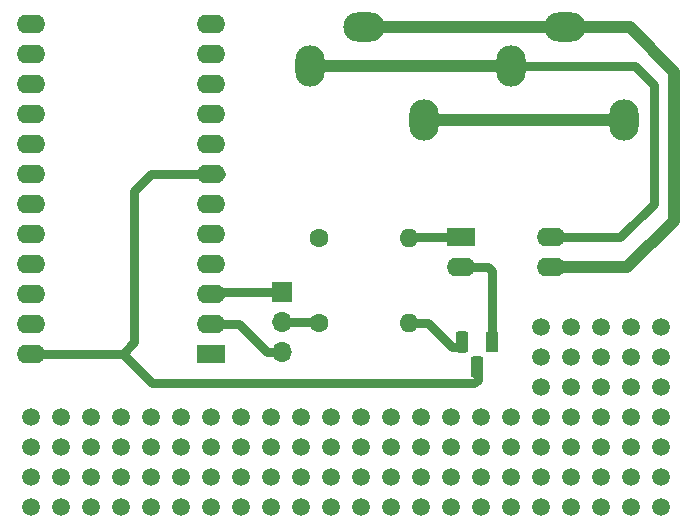
<source format=gbr>
%TF.GenerationSoftware,KiCad,Pcbnew,(6.0.2)*%
%TF.CreationDate,2022-03-17T13:29:54+09:00*%
%TF.ProjectId,KiCad,4b694361-642e-46b6-9963-61645f706362,rev?*%
%TF.SameCoordinates,Original*%
%TF.FileFunction,Copper,L2,Bot*%
%TF.FilePolarity,Positive*%
%FSLAX46Y46*%
G04 Gerber Fmt 4.6, Leading zero omitted, Abs format (unit mm)*
G04 Created by KiCad (PCBNEW (6.0.2)) date 2022-03-17 13:29:54*
%MOMM*%
%LPD*%
G01*
G04 APERTURE LIST*
G04 Aperture macros list*
%AMRoundRect*
0 Rectangle with rounded corners*
0 $1 Rounding radius*
0 $2 $3 $4 $5 $6 $7 $8 $9 X,Y pos of 4 corners*
0 Add a 4 corners polygon primitive as box body*
4,1,4,$2,$3,$4,$5,$6,$7,$8,$9,$2,$3,0*
0 Add four circle primitives for the rounded corners*
1,1,$1+$1,$2,$3*
1,1,$1+$1,$4,$5*
1,1,$1+$1,$6,$7*
1,1,$1+$1,$8,$9*
0 Add four rect primitives between the rounded corners*
20,1,$1+$1,$2,$3,$4,$5,0*
20,1,$1+$1,$4,$5,$6,$7,0*
20,1,$1+$1,$6,$7,$8,$9,0*
20,1,$1+$1,$8,$9,$2,$3,0*%
G04 Aperture macros list end*
%TA.AperFunction,ComponentPad*%
%ADD10C,1.500000*%
%TD*%
%TA.AperFunction,ComponentPad*%
%ADD11C,1.600000*%
%TD*%
%TA.AperFunction,ComponentPad*%
%ADD12O,1.600000X1.600000*%
%TD*%
%TA.AperFunction,ComponentPad*%
%ADD13O,2.400000X1.600000*%
%TD*%
%TA.AperFunction,ComponentPad*%
%ADD14R,2.400000X1.600000*%
%TD*%
%TA.AperFunction,ComponentPad*%
%ADD15RoundRect,0.275000X0.275000X0.625000X-0.275000X0.625000X-0.275000X-0.625000X0.275000X-0.625000X0*%
%TD*%
%TA.AperFunction,ComponentPad*%
%ADD16R,1.100000X1.800000*%
%TD*%
%TA.AperFunction,ComponentPad*%
%ADD17R,1.700000X1.700000*%
%TD*%
%TA.AperFunction,ComponentPad*%
%ADD18O,1.700000X1.700000*%
%TD*%
%TA.AperFunction,ComponentPad*%
%ADD19O,2.500000X3.500000*%
%TD*%
%TA.AperFunction,ComponentPad*%
%ADD20O,3.500000X2.500000*%
%TD*%
%TA.AperFunction,Conductor*%
%ADD21C,0.800000*%
%TD*%
%TA.AperFunction,Conductor*%
%ADD22C,1.000000*%
%TD*%
G04 APERTURE END LIST*
D10*
%TO.P,,1*%
%TO.N,N/C*%
X160020000Y-114300000D03*
%TD*%
%TO.P,,1*%
%TO.N,N/C*%
X162560000Y-114300000D03*
%TD*%
%TO.P,,1*%
%TO.N,N/C*%
X147320000Y-114300000D03*
%TD*%
%TO.P,,1*%
%TO.N,N/C*%
X152400000Y-114300000D03*
%TD*%
%TO.P,,1*%
%TO.N,N/C*%
X149860000Y-114300000D03*
%TD*%
%TO.P,,1*%
%TO.N,N/C*%
X144780000Y-114300000D03*
%TD*%
%TO.P,,1*%
%TO.N,N/C*%
X157480000Y-114300000D03*
%TD*%
%TO.P,,1*%
%TO.N,N/C*%
X154940000Y-114300000D03*
%TD*%
%TO.P,,1*%
%TO.N,N/C*%
X134620000Y-114300000D03*
%TD*%
%TO.P,,1*%
%TO.N,N/C*%
X142240000Y-114300000D03*
%TD*%
%TO.P,,1*%
%TO.N,N/C*%
X139700000Y-114300000D03*
%TD*%
%TO.P,,1*%
%TO.N,N/C*%
X137160000Y-114300000D03*
%TD*%
%TO.P,,1*%
%TO.N,N/C*%
X132080000Y-114300000D03*
%TD*%
%TO.P,,1*%
%TO.N,N/C*%
X129540000Y-114300000D03*
%TD*%
D11*
%TO.P,R2,1*%
%TO.N,Net-(JP1-Pad2)*%
X153990000Y-106400000D03*
D12*
%TO.P,R2,2*%
%TO.N,Net-(Q1-Pad3)*%
X161610000Y-106400000D03*
%TD*%
D13*
%TO.P,U2,24,GND*%
%TO.N,GND*%
X129545000Y-108975000D03*
%TO.P,U2,23,CBUS0*%
%TO.N,unconnected-(U2-Pad23)*%
X129545000Y-106435000D03*
%TO.P,U2,22,CBUS1*%
%TO.N,unconnected-(U2-Pad22)*%
X129545000Y-103895000D03*
%TO.P,U2,21,VCC*%
%TO.N,VCC*%
X129545000Y-101355000D03*
%TO.P,U2,20,RESET#*%
%TO.N,unconnected-(U2-Pad20)*%
X129545000Y-98815000D03*
%TO.P,U2,19,3V3*%
%TO.N,unconnected-(U2-Pad19)*%
X129545000Y-96275000D03*
%TO.P,U2,18,CBUS3*%
%TO.N,unconnected-(U2-Pad18)*%
X129545000Y-93735000D03*
%TO.P,U2,17,PU1*%
%TO.N,unconnected-(U2-Pad17)*%
X129545000Y-91195000D03*
%TO.P,U2,16,PU2*%
%TO.N,unconnected-(U2-Pad16)*%
X129545000Y-88655000D03*
%TO.P,U2,15,VCC*%
%TO.N,unconnected-(U2-Pad15)*%
X129545000Y-86115000D03*
%TO.P,U2,14,VBUS*%
%TO.N,unconnected-(U2-Pad14)*%
X129545000Y-83575000D03*
%TO.P,U2,13,SLD*%
%TO.N,unconnected-(U2-Pad13)*%
X129545000Y-81035000D03*
%TO.P,U2,12,CBUS2*%
%TO.N,unconnected-(U2-Pad12)*%
X144785000Y-81035000D03*
%TO.P,U2,11,CBUS4*%
%TO.N,unconnected-(U2-Pad11)*%
X144785000Y-83575000D03*
%TO.P,U2,10,CTS#*%
%TO.N,unconnected-(U2-Pad10)*%
X144785000Y-86115000D03*
%TO.P,U2,9,DCD#*%
%TO.N,unconnected-(U2-Pad9)*%
X144785000Y-88655000D03*
%TO.P,U2,8,DSR#*%
%TO.N,unconnected-(U2-Pad8)*%
X144785000Y-91195000D03*
%TO.P,U2,7,GND*%
%TO.N,GND*%
X144785000Y-93735000D03*
%TO.P,U2,6,RI#*%
%TO.N,unconnected-(U2-Pad6)*%
X144785000Y-96275000D03*
%TO.P,U2,5,RXD*%
%TO.N,unconnected-(U2-Pad5)*%
X144785000Y-98815000D03*
%TO.P,U2,4,VCCIO*%
%TO.N,unconnected-(U2-Pad4)*%
X144785000Y-101355000D03*
%TO.P,U2,3,RTS#*%
%TO.N,RTS*%
X144785000Y-103895000D03*
%TO.P,U2,2,DTR#*%
%TO.N,DTR*%
X144785000Y-106435000D03*
D14*
%TO.P,U2,1,TXD*%
%TO.N,unconnected-(U2-Pad1)*%
X144785000Y-108975000D03*
%TD*%
D10*
%TO.P,,1*%
%TO.N,N/C*%
X175260000Y-106680000D03*
%TD*%
%TO.P,,1*%
%TO.N,N/C*%
X180340000Y-106680000D03*
%TD*%
%TO.P,,1*%
%TO.N,N/C*%
X177800000Y-106680000D03*
%TD*%
%TO.P,,1*%
%TO.N,N/C*%
X172720000Y-106680000D03*
%TD*%
%TO.P,,1*%
%TO.N,N/C*%
X182880000Y-106680000D03*
%TD*%
%TO.P,,1*%
%TO.N,N/C*%
X182880000Y-109220000D03*
%TD*%
%TO.P,,1*%
%TO.N,N/C*%
X172720000Y-109220000D03*
%TD*%
%TO.P,,1*%
%TO.N,N/C*%
X177800000Y-109220000D03*
%TD*%
%TO.P,,1*%
%TO.N,N/C*%
X180340000Y-109220000D03*
%TD*%
%TO.P,,1*%
%TO.N,N/C*%
X175260000Y-109220000D03*
%TD*%
%TO.P,,1*%
%TO.N,N/C*%
X165100000Y-114300000D03*
%TD*%
%TO.P,,1*%
%TO.N,N/C*%
X182880000Y-114300000D03*
%TD*%
%TO.P,,1*%
%TO.N,N/C*%
X182880000Y-111760000D03*
%TD*%
%TO.P,,1*%
%TO.N,N/C*%
X182880000Y-119380000D03*
%TD*%
%TO.P,,1*%
%TO.N,N/C*%
X182880000Y-116840000D03*
%TD*%
%TO.P,,1*%
%TO.N,N/C*%
X182880000Y-121920000D03*
%TD*%
%TO.P,,1*%
%TO.N,N/C*%
X172720000Y-121920000D03*
%TD*%
%TO.P,,1*%
%TO.N,N/C*%
X175260000Y-121920000D03*
%TD*%
%TO.P,,1*%
%TO.N,N/C*%
X167640000Y-121920000D03*
%TD*%
%TO.P,,1*%
%TO.N,N/C*%
X180340000Y-121920000D03*
%TD*%
%TO.P,,1*%
%TO.N,N/C*%
X165100000Y-121920000D03*
%TD*%
%TO.P,,1*%
%TO.N,N/C*%
X162560000Y-121920000D03*
%TD*%
%TO.P,,1*%
%TO.N,N/C*%
X157480000Y-121920000D03*
%TD*%
%TO.P,,1*%
%TO.N,N/C*%
X170180000Y-121920000D03*
%TD*%
%TO.P,,1*%
%TO.N,N/C*%
X177800000Y-121920000D03*
%TD*%
%TO.P,,1*%
%TO.N,N/C*%
X147320000Y-121920000D03*
%TD*%
%TO.P,,1*%
%TO.N,N/C*%
X160020000Y-121920000D03*
%TD*%
%TO.P,,1*%
%TO.N,N/C*%
X149860000Y-121920000D03*
%TD*%
%TO.P,,1*%
%TO.N,N/C*%
X144780000Y-121920000D03*
%TD*%
%TO.P,,1*%
%TO.N,N/C*%
X139700000Y-121920000D03*
%TD*%
%TO.P,,1*%
%TO.N,N/C*%
X137160000Y-121920000D03*
%TD*%
%TO.P,,1*%
%TO.N,N/C*%
X134620000Y-121920000D03*
%TD*%
%TO.P,,1*%
%TO.N,N/C*%
X152400000Y-121920000D03*
%TD*%
%TO.P,,1*%
%TO.N,N/C*%
X132080000Y-121920000D03*
%TD*%
%TO.P,,1*%
%TO.N,N/C*%
X142240000Y-121920000D03*
%TD*%
%TO.P,,1*%
%TO.N,N/C*%
X154940000Y-121920000D03*
%TD*%
%TO.P,,1*%
%TO.N,N/C*%
X129540000Y-121920000D03*
%TD*%
%TO.P,,1*%
%TO.N,N/C*%
X129540000Y-119380000D03*
%TD*%
%TO.P,,1*%
%TO.N,N/C*%
X129540000Y-116840000D03*
%TD*%
%TO.P,,1*%
%TO.N,N/C*%
X172720000Y-114300000D03*
%TD*%
%TO.P,,1*%
%TO.N,N/C*%
X175260000Y-114300000D03*
%TD*%
%TO.P,,1*%
%TO.N,N/C*%
X172720000Y-111760000D03*
%TD*%
%TO.P,,1*%
%TO.N,N/C*%
X177800000Y-111760000D03*
%TD*%
%TO.P,,1*%
%TO.N,N/C*%
X167640000Y-114300000D03*
%TD*%
%TO.P,,1*%
%TO.N,N/C*%
X180340000Y-114300000D03*
%TD*%
%TO.P,,1*%
%TO.N,N/C*%
X175260000Y-111760000D03*
%TD*%
%TO.P,,1*%
%TO.N,N/C*%
X170180000Y-114300000D03*
%TD*%
%TO.P,,1*%
%TO.N,N/C*%
X177800000Y-114300000D03*
%TD*%
%TO.P,,1*%
%TO.N,N/C*%
X180340000Y-111760000D03*
%TD*%
%TO.P,,1*%
%TO.N,N/C*%
X172720000Y-119380000D03*
%TD*%
%TO.P,,1*%
%TO.N,N/C*%
X175260000Y-119380000D03*
%TD*%
%TO.P,,1*%
%TO.N,N/C*%
X170180000Y-119380000D03*
%TD*%
%TO.P,,1*%
%TO.N,N/C*%
X172720000Y-116840000D03*
%TD*%
%TO.P,,1*%
%TO.N,N/C*%
X177800000Y-116840000D03*
%TD*%
%TO.P,,1*%
%TO.N,N/C*%
X165100000Y-119380000D03*
%TD*%
%TO.P,,1*%
%TO.N,N/C*%
X162560000Y-119380000D03*
%TD*%
%TO.P,,1*%
%TO.N,N/C*%
X160020000Y-119380000D03*
%TD*%
%TO.P,,1*%
%TO.N,N/C*%
X175260000Y-116840000D03*
%TD*%
%TO.P,,1*%
%TO.N,N/C*%
X170180000Y-116840000D03*
%TD*%
%TO.P,,1*%
%TO.N,N/C*%
X177800000Y-119380000D03*
%TD*%
%TO.P,,1*%
%TO.N,N/C*%
X157480000Y-119380000D03*
%TD*%
%TO.P,,1*%
%TO.N,N/C*%
X167640000Y-119380000D03*
%TD*%
%TO.P,,1*%
%TO.N,N/C*%
X180340000Y-119380000D03*
%TD*%
%TO.P,,1*%
%TO.N,N/C*%
X180340000Y-116840000D03*
%TD*%
%TO.P,,1*%
%TO.N,N/C*%
X160020000Y-116840000D03*
%TD*%
%TO.P,,1*%
%TO.N,N/C*%
X167640000Y-116840000D03*
%TD*%
%TO.P,,1*%
%TO.N,N/C*%
X165100000Y-116840000D03*
%TD*%
%TO.P,,1*%
%TO.N,N/C*%
X162560000Y-116840000D03*
%TD*%
%TO.P,,1*%
%TO.N,N/C*%
X157480000Y-116840000D03*
%TD*%
%TO.P,,1*%
%TO.N,N/C*%
X152400000Y-119380000D03*
%TD*%
%TO.P,,1*%
%TO.N,N/C*%
X149860000Y-119380000D03*
%TD*%
%TO.P,,1*%
%TO.N,N/C*%
X147320000Y-119380000D03*
%TD*%
%TO.P,,1*%
%TO.N,N/C*%
X144780000Y-119380000D03*
%TD*%
%TO.P,,1*%
%TO.N,N/C*%
X154940000Y-119380000D03*
%TD*%
%TO.P,,1*%
%TO.N,N/C*%
X147320000Y-116840000D03*
%TD*%
%TO.P,,1*%
%TO.N,N/C*%
X154940000Y-116840000D03*
%TD*%
%TO.P,,1*%
%TO.N,N/C*%
X152400000Y-116840000D03*
%TD*%
%TO.P,,1*%
%TO.N,N/C*%
X149860000Y-116840000D03*
%TD*%
%TO.P,,1*%
%TO.N,N/C*%
X144780000Y-116840000D03*
%TD*%
%TO.P,,1*%
%TO.N,N/C*%
X134620000Y-119380000D03*
%TD*%
%TO.P,,1*%
%TO.N,N/C*%
X142240000Y-119380000D03*
%TD*%
%TO.P,,1*%
%TO.N,N/C*%
X139700000Y-119380000D03*
%TD*%
%TO.P,,1*%
%TO.N,N/C*%
X137160000Y-119380000D03*
%TD*%
%TO.P,,1*%
%TO.N,N/C*%
X132080000Y-119380000D03*
%TD*%
%TO.P,,1*%
%TO.N,N/C*%
X142240000Y-116840000D03*
%TD*%
%TO.P,,1*%
%TO.N,N/C*%
X139700000Y-116840000D03*
%TD*%
%TO.P,,1*%
%TO.N,N/C*%
X137160000Y-116840000D03*
%TD*%
%TO.P,,1*%
%TO.N,N/C*%
X134620000Y-116840000D03*
%TD*%
%TO.P,,1*%
%TO.N,N/C*%
X132080000Y-116840000D03*
%TD*%
D15*
%TO.P,Q1,3,B*%
%TO.N,Net-(Q1-Pad3)*%
X166060000Y-108000000D03*
%TO.P,Q1,2,C*%
%TO.N,GND*%
X167330000Y-110070000D03*
D16*
%TO.P,Q1,1,E*%
%TO.N,Net-(Q1-Pad1)*%
X168600000Y-108000000D03*
%TD*%
D13*
%TO.P,U1,4*%
%TO.N,Net-(J1-PadT)*%
X173620000Y-99125000D03*
%TO.P,U1,3*%
%TO.N,Net-(J1-PadS)*%
X173620000Y-101665000D03*
%TO.P,U1,2*%
%TO.N,Net-(Q1-Pad1)*%
X166000000Y-101665000D03*
D14*
%TO.P,U1,1*%
%TO.N,Net-(R1-Pad2)*%
X166000000Y-99125000D03*
%TD*%
D12*
%TO.P,R1,2*%
%TO.N,Net-(R1-Pad2)*%
X161610000Y-99200000D03*
D11*
%TO.P,R1,1*%
%TO.N,VCC*%
X153990000Y-99200000D03*
%TD*%
D17*
%TO.P,JP1,1,A*%
%TO.N,RTS*%
X150800000Y-103775000D03*
D18*
%TO.P,JP1,2,C*%
%TO.N,Net-(JP1-Pad2)*%
X150800000Y-106315000D03*
%TO.P,JP1,3,B*%
%TO.N,DTR*%
X150800000Y-108855000D03*
%TD*%
D19*
%TO.P,J2,R*%
%TO.N,Net-(J1-PadR)*%
X179800000Y-89150000D03*
D20*
%TO.P,J2,S*%
%TO.N,Net-(J1-PadS)*%
X174750000Y-81350000D03*
D19*
%TO.P,J2,T*%
%TO.N,Net-(J1-PadT)*%
X170200000Y-84650000D03*
%TD*%
%TO.P,J1,R*%
%TO.N,Net-(J1-PadR)*%
X162800000Y-89150000D03*
D20*
%TO.P,J1,S*%
%TO.N,Net-(J1-PadS)*%
X157750000Y-81350000D03*
D19*
%TO.P,J1,T*%
%TO.N,Net-(J1-PadT)*%
X153200000Y-84650000D03*
%TD*%
D21*
%TO.N,Net-(Q1-Pad1)*%
X168600000Y-102000000D02*
X168265000Y-101665000D01*
X168600000Y-108400000D02*
X168600000Y-102000000D01*
X168265000Y-101665000D02*
X166000000Y-101665000D01*
%TO.N,GND*%
X167400000Y-111200000D02*
X167400000Y-109740000D01*
X167400000Y-109740000D02*
X167330000Y-109670000D01*
X137325000Y-109025000D02*
X139800000Y-111500000D01*
X139800000Y-111500000D02*
X167100000Y-111500000D01*
X167100000Y-111500000D02*
X167400000Y-111200000D01*
X137325000Y-108975000D02*
X137325000Y-109025000D01*
%TO.N,Net-(Q1-Pad3)*%
X165200000Y-108400000D02*
X166060000Y-108400000D01*
X163200000Y-106400000D02*
X165200000Y-108400000D01*
X161610000Y-106400000D02*
X163200000Y-106400000D01*
%TO.N,Net-(JP1-Pad2)*%
X153905000Y-106315000D02*
X153990000Y-106400000D01*
X150800000Y-106315000D02*
X153905000Y-106315000D01*
%TO.N,GND*%
X139765000Y-93735000D02*
X145625000Y-93735000D01*
X138300000Y-108000000D02*
X138300000Y-95200000D01*
X138300000Y-95200000D02*
X139765000Y-93735000D01*
X137325000Y-108975000D02*
X138300000Y-108000000D01*
X130385000Y-108975000D02*
X137325000Y-108975000D01*
%TO.N,Net-(J1-PadT)*%
X180700000Y-84600000D02*
X180650000Y-84650000D01*
X182300000Y-86200000D02*
X180700000Y-84600000D01*
X179475000Y-99125000D02*
X182300000Y-96300000D01*
X182300000Y-96300000D02*
X182300000Y-86200000D01*
X173620000Y-99125000D02*
X179475000Y-99125000D01*
X180650000Y-84650000D02*
X170200000Y-84650000D01*
D22*
%TO.N,Net-(J1-PadS)*%
X180035000Y-101665000D02*
X173620000Y-101665000D01*
X184000000Y-97700000D02*
X180035000Y-101665000D01*
X184000000Y-85100000D02*
X184000000Y-97700000D01*
X174750000Y-81350000D02*
X180250000Y-81350000D01*
X180250000Y-81350000D02*
X184000000Y-85100000D01*
D21*
%TO.N,DTR*%
X147135000Y-106435000D02*
X145625000Y-106435000D01*
X149555000Y-108855000D02*
X147135000Y-106435000D01*
X150800000Y-108855000D02*
X149555000Y-108855000D01*
%TO.N,RTS*%
X150800000Y-103775000D02*
X145745000Y-103775000D01*
X145745000Y-103775000D02*
X145625000Y-103895000D01*
%TO.N,Net-(R1-Pad2)*%
X161685000Y-99125000D02*
X161610000Y-99200000D01*
X166000000Y-99125000D02*
X161685000Y-99125000D01*
D22*
%TO.N,Net-(J1-PadR)*%
X162800000Y-89150000D02*
X179800000Y-89150000D01*
%TO.N,Net-(J1-PadT)*%
X170200000Y-84650000D02*
X153200000Y-84650000D01*
%TO.N,Net-(J1-PadS)*%
X157750000Y-81350000D02*
X174750000Y-81350000D01*
%TD*%
M02*

</source>
